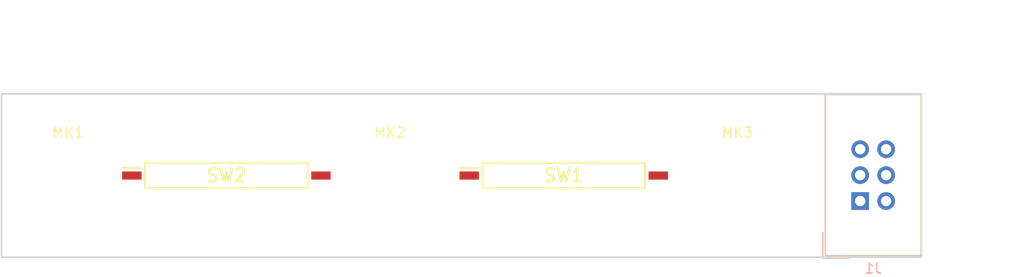
<source format=kicad_pcb>
(kicad_pcb (version 20170922) (host pcbnew no-vcs-found-4c623da~61~ubuntu16.04.1)

  (general
    (thickness 1.6)
    (drawings 6)
    (tracks 0)
    (zones 0)
    (modules 6)
    (nets 4)
  )

  (page A4)
  (layers
    (0 F.Cu signal)
    (31 B.Cu signal)
    (32 B.Adhes user)
    (33 F.Adhes user)
    (34 B.Paste user)
    (35 F.Paste user)
    (36 B.SilkS user)
    (37 F.SilkS user)
    (38 B.Mask user)
    (39 F.Mask user)
    (40 Dwgs.User user)
    (41 Cmts.User user)
    (42 Eco1.User user)
    (43 Eco2.User user)
    (44 Edge.Cuts user)
    (45 Margin user)
    (46 B.CrtYd user)
    (47 F.CrtYd user)
    (48 B.Fab user)
    (49 F.Fab user)
  )

  (setup
    (last_trace_width 0.8)
    (user_trace_width 0.2)
    (user_trace_width 0.4)
    (user_trace_width 0.6)
    (user_trace_width 0.8)
    (user_trace_width 1)
    (user_trace_width 2)
    (trace_clearance 0.2)
    (zone_clearance 0.508)
    (zone_45_only no)
    (trace_min 0.2)
    (segment_width 0.2)
    (edge_width 0.15)
    (via_size 1.6)
    (via_drill 0.6)
    (via_min_size 0.4)
    (via_min_drill 0.3)
    (user_via 1.6 0.6)
    (uvia_size 0.3)
    (uvia_drill 0.1)
    (uvias_allowed no)
    (uvia_min_size 0.2)
    (uvia_min_drill 0.1)
    (pcb_text_width 0.3)
    (pcb_text_size 1.5 1.5)
    (mod_edge_width 0.15)
    (mod_text_size 1 1)
    (mod_text_width 0.15)
    (pad_size 1.524 1.524)
    (pad_drill 0.762)
    (pad_to_mask_clearance 0.2)
    (aux_axis_origin 0 0)
    (visible_elements FFFFFF7F)
    (pcbplotparams
      (layerselection 0x01000_ffffffff)
      (usegerberextensions false)
      (usegerberattributes true)
      (usegerberadvancedattributes true)
      (creategerberjobfile true)
      (excludeedgelayer true)
      (linewidth 0.100000)
      (plotframeref false)
      (viasonmask false)
      (mode 1)
      (useauxorigin false)
      (hpglpennumber 1)
      (hpglpenspeed 20)
      (hpglpendiameter 15)
      (psnegative false)
      (psa4output false)
      (plotreference false)
      (plotvalue false)
      (plotinvisibletext false)
      (padsonsilk false)
      (subtractmaskfromsilk false)
      (outputformat 1)
      (mirror false)
      (drillshape 0)
      (scaleselection 1)
      (outputdirectory ./gerbers))
  )

  (net 0 "")
  (net 1 "Net-(J1-Pad3)")
  (net 2 GND)
  (net 3 "Net-(J1-Pad5)")

  (net_class Default "This is the default net class."
    (clearance 0.2)
    (trace_width 0.8)
    (via_dia 1.6)
    (via_drill 0.6)
    (uvia_dia 0.3)
    (uvia_drill 0.1)
    (add_net GND)
    (add_net "Net-(J1-Pad3)")
    (add_net "Net-(J1-Pad5)")
  )

  (module Mounting_Holes:MountingHole_3.2mm_M3 (layer F.Cu) (tedit 56D1B4CB) (tstamp 5A1B180C)
    (at 143 80)
    (descr "Mounting Hole 3.2mm, no annular, M3")
    (tags "mounting hole 3.2mm no annular m3")
    (path /5A18FA15)
    (attr virtual)
    (fp_text reference MK3 (at 0 -4.2) (layer F.SilkS)
      (effects (font (size 1 1) (thickness 0.15)))
    )
    (fp_text value Mounting_Hole (at 0 4.2) (layer F.Fab)
      (effects (font (size 1 1) (thickness 0.15)))
    )
    (fp_circle (center 0 0) (end 3.45 0) (layer F.CrtYd) (width 0.05))
    (fp_circle (center 0 0) (end 3.2 0) (layer Cmts.User) (width 0.15))
    (fp_text user %R (at 0.3 0) (layer F.Fab)
      (effects (font (size 1 1) (thickness 0.15)))
    )
    (pad 1 np_thru_hole circle (at 0 0) (size 3.2 3.2) (drill 3.2) (layers *.Cu *.Mask))
  )

  (module Mounting_Holes:MountingHole_3.2mm_M3 (layer F.Cu) (tedit 56D1B4CB) (tstamp 5A1B1804)
    (at 109 80)
    (descr "Mounting Hole 3.2mm, no annular, M3")
    (tags "mounting hole 3.2mm no annular m3")
    (path /5A18F9F1)
    (attr virtual)
    (fp_text reference MK2 (at 0 -4.2) (layer F.SilkS)
      (effects (font (size 1 1) (thickness 0.15)))
    )
    (fp_text value Mounting_Hole (at 0 4.2) (layer F.Fab)
      (effects (font (size 1 1) (thickness 0.15)))
    )
    (fp_text user %R (at 0.3 0) (layer F.Fab)
      (effects (font (size 1 1) (thickness 0.15)))
    )
    (fp_circle (center 0 0) (end 3.2 0) (layer Cmts.User) (width 0.15))
    (fp_circle (center 0 0) (end 3.45 0) (layer F.CrtYd) (width 0.05))
    (pad 1 np_thru_hole circle (at 0 0) (size 3.2 3.2) (drill 3.2) (layers *.Cu *.Mask))
  )

  (module Mounting_Holes:MountingHole_3.2mm_M3 (layer F.Cu) (tedit 56D1B4CB) (tstamp 5A1B17FC)
    (at 77.5 80)
    (descr "Mounting Hole 3.2mm, no annular, M3")
    (tags "mounting hole 3.2mm no annular m3")
    (path /5A18F99D)
    (attr virtual)
    (fp_text reference MK1 (at 0 -4.2) (layer F.SilkS)
      (effects (font (size 1 1) (thickness 0.15)))
    )
    (fp_text value Mounting_Hole (at 0 4.2) (layer F.Fab)
      (effects (font (size 1 1) (thickness 0.15)))
    )
    (fp_circle (center 0 0) (end 3.45 0) (layer F.CrtYd) (width 0.05))
    (fp_circle (center 0 0) (end 3.2 0) (layer Cmts.User) (width 0.15))
    (fp_text user %R (at 0.3 0) (layer F.Fab)
      (effects (font (size 1 1) (thickness 0.15)))
    )
    (pad 1 np_thru_hole circle (at 0 0) (size 3.2 3.2) (drill 3.2) (layers *.Cu *.Mask))
  )

  (module Connectors_IDC:IDC-Header_2x03_Pitch2.54mm_Straight (layer B.Cu) (tedit 59DE0819) (tstamp 5A18628A)
    (at 155 82.5)
    (descr "6 pins through hole IDC header")
    (tags "IDC header socket VASCH AVR ISP")
    (path /5A18F272)
    (fp_text reference J1 (at 1.27 6.604) (layer B.SilkS)
      (effects (font (size 1 1) (thickness 0.15)) (justify mirror))
    )
    (fp_text value Conn_01x06 (at 1.27 -11.684) (layer B.Fab)
      (effects (font (size 1 1) (thickness 0.15)) (justify mirror))
    )
    (fp_text user %R (at 1.27 -2.54) (layer B.Fab)
      (effects (font (size 1 1) (thickness 0.15)) (justify mirror))
    )
    (fp_line (start 5.695 5.1) (end 5.695 -10.18) (layer B.Fab) (width 0.1))
    (fp_line (start 5.145 4.56) (end 5.145 -9.62) (layer B.Fab) (width 0.1))
    (fp_line (start -3.155 5.1) (end -3.155 -10.18) (layer B.Fab) (width 0.1))
    (fp_line (start -2.605 4.56) (end -2.605 -0.29) (layer B.Fab) (width 0.1))
    (fp_line (start -2.605 -4.79) (end -2.605 -9.62) (layer B.Fab) (width 0.1))
    (fp_line (start -2.605 -0.29) (end -3.155 -0.29) (layer B.Fab) (width 0.1))
    (fp_line (start -2.605 -4.79) (end -3.155 -4.79) (layer B.Fab) (width 0.1))
    (fp_line (start 5.695 5.1) (end -3.155 5.1) (layer B.Fab) (width 0.1))
    (fp_line (start 5.145 4.56) (end -2.605 4.56) (layer B.Fab) (width 0.1))
    (fp_line (start 5.695 -10.18) (end -3.155 -10.18) (layer B.Fab) (width 0.1))
    (fp_line (start 5.145 -9.62) (end -2.605 -9.62) (layer B.Fab) (width 0.1))
    (fp_line (start 5.695 5.1) (end 5.145 4.56) (layer B.Fab) (width 0.1))
    (fp_line (start 5.695 -10.18) (end 5.145 -9.62) (layer B.Fab) (width 0.1))
    (fp_line (start -3.155 5.1) (end -2.605 4.56) (layer B.Fab) (width 0.1))
    (fp_line (start -3.155 -10.18) (end -2.605 -9.62) (layer B.Fab) (width 0.1))
    (fp_line (start 6.2 5.85) (end 6.2 -10.67) (layer B.CrtYd) (width 0.05))
    (fp_line (start 6.2 -10.67) (end -3.91 -10.67) (layer B.CrtYd) (width 0.05))
    (fp_line (start -3.91 -10.67) (end -3.91 5.85) (layer B.CrtYd) (width 0.05))
    (fp_line (start -3.91 5.85) (end 6.2 5.85) (layer B.CrtYd) (width 0.05))
    (fp_line (start 5.945 5.35) (end 5.945 -10.43) (layer B.SilkS) (width 0.12))
    (fp_line (start 5.945 -10.43) (end -3.405 -10.43) (layer B.SilkS) (width 0.12))
    (fp_line (start -3.405 -10.43) (end -3.405 5.35) (layer B.SilkS) (width 0.12))
    (fp_line (start -3.405 5.35) (end 5.945 5.35) (layer B.SilkS) (width 0.12))
    (fp_line (start -3.655 5.6) (end -3.655 3.06) (layer B.SilkS) (width 0.12))
    (fp_line (start -3.655 5.6) (end -1.115 5.6) (layer B.SilkS) (width 0.12))
    (pad 1 thru_hole rect (at 0 0) (size 1.7272 1.7272) (drill 1.016) (layers *.Cu *.Mask)
      (net 2 GND))
    (pad 2 thru_hole oval (at 2.54 0) (size 1.7272 1.7272) (drill 1.016) (layers *.Cu *.Mask)
      (net 2 GND))
    (pad 3 thru_hole oval (at 0 -2.54) (size 1.7272 1.7272) (drill 1.016) (layers *.Cu *.Mask)
      (net 1 "Net-(J1-Pad3)"))
    (pad 4 thru_hole oval (at 2.54 -2.54) (size 1.7272 1.7272) (drill 1.016) (layers *.Cu *.Mask)
      (net 2 GND))
    (pad 5 thru_hole oval (at 0 -5.08) (size 1.7272 1.7272) (drill 1.016) (layers *.Cu *.Mask)
      (net 3 "Net-(J1-Pad5)"))
    (pad 6 thru_hole oval (at 2.54 -5.08) (size 1.7272 1.7272) (drill 1.016) (layers *.Cu *.Mask)
      (net 2 GND))
    (model ${KISYS3DMOD}/Connectors_IDC.3dshapes/IDC-Header_2x03_Pitch2.54mm_Straight.wrl
      (at (xyz 0 0 0))
      (scale (xyz 1 1 1))
      (rotate (xyz 0 0 0))
    )
  )

  (module MK15-B-2-OE:SOP100P1950X375-2N (layer F.Cu) (tedit 5A12CEE4) (tstamp 5A186266)
    (at 93 80)
    (descr MK15-B-2-OE)
    (tags "Integrated Circuit")
    (path /5A18F0E5)
    (attr smd)
    (fp_text reference SW2 (at 0 0) (layer F.SilkS)
      (effects (font (size 1.27 1.27) (thickness 0.254)))
    )
    (fp_text value SW_Reed (at 0 0) (layer F.SilkS) hide
      (effects (font (size 1.27 1.27) (thickness 0.254)))
    )
    (fp_line (start -10.2 -0.75) (end -8.3 -0.75) (layer F.SilkS) (width 0.2))
    (fp_line (start -7.95 1.25) (end -7.95 -1.25) (layer F.SilkS) (width 0.2))
    (fp_line (start 7.95 1.25) (end -7.95 1.25) (layer F.SilkS) (width 0.2))
    (fp_line (start 7.95 -1.25) (end 7.95 1.25) (layer F.SilkS) (width 0.2))
    (fp_line (start -7.95 -1.25) (end 7.95 -1.25) (layer F.SilkS) (width 0.2))
    (fp_line (start -8 -0.25) (end -7 -1.25) (layer Dwgs.User) (width 0.1))
    (fp_line (start -8 1.25) (end -8 -1.25) (layer Dwgs.User) (width 0.1))
    (fp_line (start 8 1.25) (end -8 1.25) (layer Dwgs.User) (width 0.1))
    (fp_line (start 8 -1.25) (end 8 1.25) (layer Dwgs.User) (width 0.1))
    (fp_line (start -8 -1.25) (end 8 -1.25) (layer Dwgs.User) (width 0.1))
    (fp_line (start -10.45 1.5) (end -10.45 -1.5) (layer Dwgs.User) (width 0.05))
    (fp_line (start 10.45 1.5) (end -10.45 1.5) (layer Dwgs.User) (width 0.05))
    (fp_line (start 10.45 -1.5) (end 10.45 1.5) (layer Dwgs.User) (width 0.05))
    (fp_line (start -10.45 -1.5) (end 10.45 -1.5) (layer Dwgs.User) (width 0.05))
    (pad 2 smd rect (at 9.25 0 90) (size 0.8 1.9) (layers F.Cu F.Paste F.Mask)
      (net 2 GND))
    (pad 1 smd rect (at -9.25 0 90) (size 0.8 1.9) (layers F.Cu F.Paste F.Mask)
      (net 3 "Net-(J1-Pad5)"))
    (model "/home/miceuz/Xaltura/KoksTuKrabas/3d/Standex-Meder Electronics-MK15-x-2_WEB.STEP"
      (at (xyz 0 0 0.05118110236220473))
      (scale (xyz 1 1 1))
      (rotate (xyz -90 0 0))
    )
  )

  (module MK15-B-2-OE:SOP100P1950X375-2N (layer F.Cu) (tedit 5A12CEE4) (tstamp 5A186382)
    (at 126 80)
    (descr MK15-B-2-OE)
    (tags "Integrated Circuit")
    (path /5A18F052)
    (attr smd)
    (fp_text reference SW1 (at 0 0) (layer F.SilkS)
      (effects (font (size 1.27 1.27) (thickness 0.254)))
    )
    (fp_text value SW_Reed (at 0 0) (layer F.SilkS) hide
      (effects (font (size 1.27 1.27) (thickness 0.254)))
    )
    (fp_line (start -10.45 -1.5) (end 10.45 -1.5) (layer Dwgs.User) (width 0.05))
    (fp_line (start 10.45 -1.5) (end 10.45 1.5) (layer Dwgs.User) (width 0.05))
    (fp_line (start 10.45 1.5) (end -10.45 1.5) (layer Dwgs.User) (width 0.05))
    (fp_line (start -10.45 1.5) (end -10.45 -1.5) (layer Dwgs.User) (width 0.05))
    (fp_line (start -8 -1.25) (end 8 -1.25) (layer Dwgs.User) (width 0.1))
    (fp_line (start 8 -1.25) (end 8 1.25) (layer Dwgs.User) (width 0.1))
    (fp_line (start 8 1.25) (end -8 1.25) (layer Dwgs.User) (width 0.1))
    (fp_line (start -8 1.25) (end -8 -1.25) (layer Dwgs.User) (width 0.1))
    (fp_line (start -8 -0.25) (end -7 -1.25) (layer Dwgs.User) (width 0.1))
    (fp_line (start -7.95 -1.25) (end 7.95 -1.25) (layer F.SilkS) (width 0.2))
    (fp_line (start 7.95 -1.25) (end 7.95 1.25) (layer F.SilkS) (width 0.2))
    (fp_line (start 7.95 1.25) (end -7.95 1.25) (layer F.SilkS) (width 0.2))
    (fp_line (start -7.95 1.25) (end -7.95 -1.25) (layer F.SilkS) (width 0.2))
    (fp_line (start -10.2 -0.75) (end -8.3 -0.75) (layer F.SilkS) (width 0.2))
    (pad 1 smd rect (at -9.25 0 90) (size 0.8 1.9) (layers F.Cu F.Paste F.Mask)
      (net 1 "Net-(J1-Pad3)"))
    (pad 2 smd rect (at 9.25 0 90) (size 0.8 1.9) (layers F.Cu F.Paste F.Mask)
      (net 2 GND))
    (model "/home/miceuz/Xaltura/KoksTuKrabas/3d/Standex-Meder Electronics-MK15-x-2_WEB.STEP"
      (at (xyz 0 0 0.05118110236220473))
      (scale (xyz 1 1 1))
      (rotate (xyz -90 0 0))
    )
  )

  (dimension 16 (width 0.3) (layer Cmts.User)
    (gr_text "16,000 mm" (at 168.35 80 270) (layer Cmts.User)
      (effects (font (size 1.5 1.5) (thickness 0.3)))
    )
    (feature1 (pts (xy 161 88) (xy 169.7 88)))
    (feature2 (pts (xy 161 72) (xy 169.7 72)))
    (crossbar (pts (xy 167 72) (xy 167 88)))
    (arrow1a (pts (xy 167 88) (xy 166.413579 86.873496)))
    (arrow1b (pts (xy 167 88) (xy 167.586421 86.873496)))
    (arrow2a (pts (xy 167 72) (xy 166.413579 73.126504)))
    (arrow2b (pts (xy 167 72) (xy 167.586421 73.126504)))
  )
  (dimension 90 (width 0.3) (layer Cmts.User)
    (gr_text "90,000 mm" (at 116 64.65) (layer Cmts.User)
      (effects (font (size 1.5 1.5) (thickness 0.3)))
    )
    (feature1 (pts (xy 161 72) (xy 161 63.3)))
    (feature2 (pts (xy 71 72) (xy 71 63.3)))
    (crossbar (pts (xy 71 66) (xy 161 66)))
    (arrow1a (pts (xy 161 66) (xy 159.873496 66.586421)))
    (arrow1b (pts (xy 161 66) (xy 159.873496 65.413579)))
    (arrow2a (pts (xy 71 66) (xy 72.126504 66.586421)))
    (arrow2b (pts (xy 71 66) (xy 72.126504 65.413579)))
  )
  (gr_line (start 71 72) (end 71 88) (layer Edge.Cuts) (width 0.15))
  (gr_line (start 161 72) (end 71 72) (layer Edge.Cuts) (width 0.15))
  (gr_line (start 161 88) (end 71 88) (layer Edge.Cuts) (width 0.15))
  (gr_line (start 161 72) (end 161 88) (layer Edge.Cuts) (width 0.15))

)

</source>
